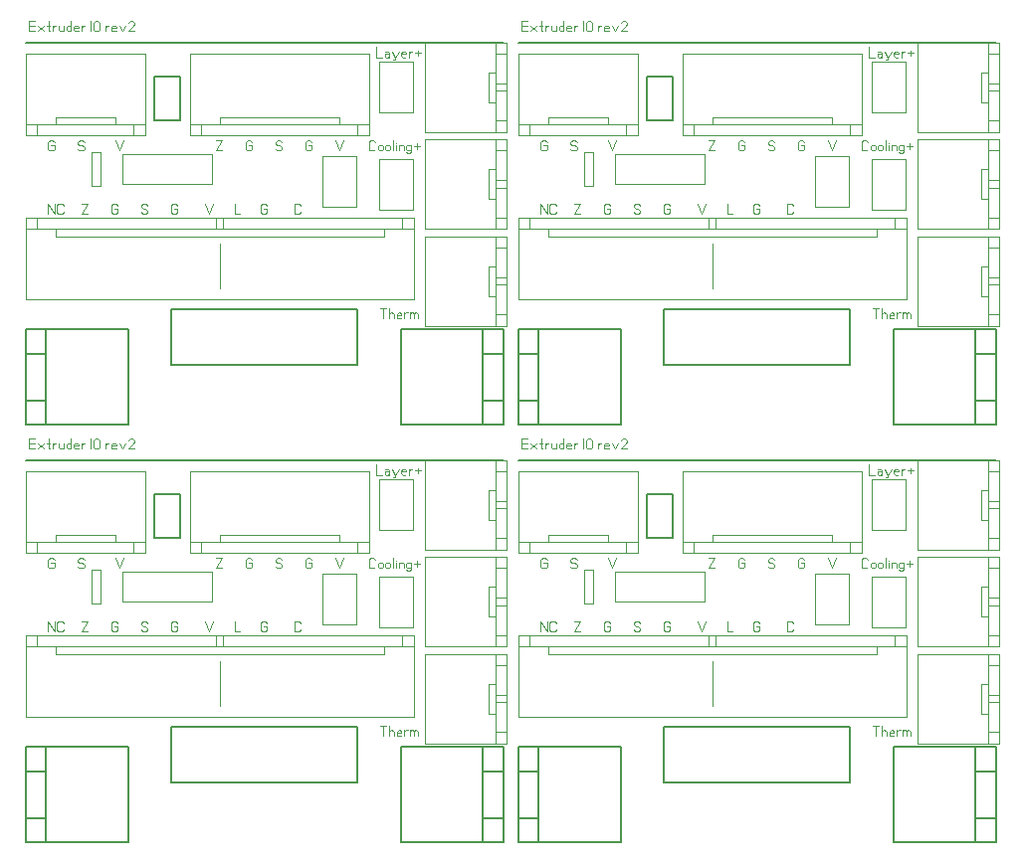
<source format=gbr>
%FSLAX34Y34*%
%MOMM*%
%LNCOPPER_BOTTOM*%
G71*
G01*
%ADD10C, 0.10*%
%ADD11C, 0.15*%
%ADD12C, 0.20*%
%ADD13C, 0.11*%
%LPD*%
G54D10*
X304800Y901700D02*
X304800Y962025D01*
G54D10*
X152400Y901700D02*
X152400Y962025D01*
X304800Y962025D01*
G54D10*
X304800Y901700D02*
X152400Y901700D01*
G54D10*
X279400Y901700D02*
X279400Y908050D01*
X177800Y908050D01*
X177800Y901700D01*
G54D10*
X412750Y971550D02*
X352425Y971550D01*
G54D10*
X412750Y895350D02*
X352425Y895350D01*
X352425Y971550D01*
G54D10*
X412750Y971550D02*
X412750Y895350D01*
G54D10*
X412750Y946150D02*
X406400Y946150D01*
X406400Y920750D01*
X412750Y920750D01*
G54D10*
X313333Y829271D02*
X313333Y872530D01*
X341908Y872530D01*
X341908Y829271D01*
X313333Y829271D01*
G54D11*
X144350Y904900D02*
X122350Y904900D01*
X122350Y942900D01*
X144350Y942900D01*
X144350Y904900D01*
G54D12*
X419100Y727075D02*
X331788Y727075D01*
X331788Y646112D01*
X419100Y646113D01*
X419100Y727075D01*
G54D12*
X419100Y666750D02*
X401638Y666750D01*
X401638Y706438D01*
X419100Y706438D01*
G54D12*
X401638Y727075D02*
X401638Y646112D01*
G54D12*
X12700Y646112D02*
X100012Y646112D01*
X100012Y727075D01*
X12700Y727075D01*
X12700Y646112D01*
G54D12*
X12700Y706438D02*
X30162Y706438D01*
X30162Y666750D01*
X12700Y666750D01*
G54D12*
X30162Y646112D02*
X30162Y727075D01*
G54D12*
X136525Y744538D02*
X295275Y744538D01*
X295275Y696912D01*
X136525Y696912D01*
X136525Y744538D01*
G54D12*
X12700Y971550D02*
X419100Y971550D01*
G54D10*
X412750Y971550D02*
X422275Y971550D01*
X422275Y895350D01*
X412750Y895350D01*
G54D10*
X422275Y904875D02*
X412750Y904875D01*
G54D10*
X422275Y962025D02*
X412750Y962025D01*
G54D10*
X412750Y936625D02*
X422275Y936625D01*
G54D10*
X412750Y930275D02*
X422275Y930275D01*
G54D10*
X412750Y889000D02*
X352425Y889000D01*
G54D10*
X412750Y812800D02*
X352425Y812800D01*
X352425Y889000D01*
G54D10*
X412750Y889000D02*
X412750Y812800D01*
G54D10*
X412750Y863600D02*
X406400Y863600D01*
X406400Y838200D01*
X412750Y838200D01*
G54D10*
X412750Y889000D02*
X422275Y889000D01*
X422275Y812800D01*
X412750Y812800D01*
G54D10*
X422275Y822325D02*
X412750Y822325D01*
G54D10*
X422275Y879475D02*
X412750Y879475D01*
G54D10*
X412750Y854075D02*
X422275Y854075D01*
G54D10*
X412750Y847725D02*
X422275Y847725D01*
G54D10*
X412750Y806450D02*
X352425Y806450D01*
G54D10*
X412750Y730250D02*
X352425Y730250D01*
X352425Y806450D01*
G54D10*
X412750Y806450D02*
X412750Y730250D01*
G54D10*
X412750Y781050D02*
X406400Y781050D01*
X406400Y755650D01*
X412750Y755650D01*
G54D10*
X412750Y806450D02*
X422275Y806450D01*
X422275Y730250D01*
X412750Y730250D01*
G54D10*
X422275Y739775D02*
X412750Y739775D01*
G54D10*
X422275Y796925D02*
X412750Y796925D01*
G54D10*
X412750Y771525D02*
X422275Y771525D01*
G54D10*
X412750Y765175D02*
X422275Y765175D01*
G54D10*
X304800Y901700D02*
X304800Y892175D01*
X152400Y892175D01*
X152400Y901700D01*
G54D10*
X161925Y901700D02*
X161925Y892175D01*
G54D10*
X295275Y892175D02*
X295275Y901700D01*
G54D10*
X95250Y876300D02*
X95250Y850900D01*
X171450Y850900D01*
X171450Y876300D01*
X95250Y876300D01*
G54D10*
X12700Y822325D02*
X12700Y752475D01*
X342900Y752475D01*
X342900Y822325D01*
X12700Y822325D01*
G54D10*
X12700Y812800D02*
X342900Y812800D01*
G54D10*
X38100Y812800D02*
X38100Y806450D01*
X317500Y806450D01*
X317500Y812800D01*
G54D10*
X174625Y822325D02*
X174625Y812800D01*
G54D10*
X180975Y822325D02*
X180975Y812800D01*
G54D10*
X22225Y822325D02*
X22225Y812800D01*
G54D10*
X333375Y822325D02*
X333375Y812800D01*
G54D10*
X313333Y911820D02*
X313333Y955080D01*
X341908Y955080D01*
X341908Y911820D01*
X313333Y911820D01*
G54D10*
X68659Y877888D02*
X68659Y849312D01*
X76597Y849312D01*
X76597Y877888D01*
X68659Y877888D01*
G54D10*
X114300Y901700D02*
X114300Y962025D01*
G54D10*
X12700Y901700D02*
X12700Y962025D01*
X114300Y962025D01*
G54D10*
X114300Y901700D02*
X12700Y901700D01*
G54D10*
X88900Y901700D02*
X88900Y908050D01*
X38100Y908050D01*
X38100Y901700D01*
G54D10*
X114300Y901700D02*
X114300Y892175D01*
X12700Y892175D01*
X12700Y901700D01*
G54D10*
X22225Y901700D02*
X22225Y892175D01*
G54D10*
X104775Y892175D02*
X104775Y901700D01*
G54D10*
X265112Y831850D02*
X265112Y875109D01*
X293688Y875109D01*
X293688Y831850D01*
X265112Y831850D01*
G54D10*
X177800Y800100D02*
X177800Y762000D01*
G54D13*
X276225Y888364D02*
X279558Y879475D01*
X282892Y888364D01*
G54D13*
X253492Y883919D02*
X256158Y883919D01*
X256158Y881142D01*
X255492Y880031D01*
X254158Y879475D01*
X252825Y879475D01*
X251492Y880031D01*
X250825Y881142D01*
X250825Y886697D01*
X251492Y887808D01*
X252825Y888364D01*
X254158Y888364D01*
X255492Y887808D01*
X256158Y886697D01*
G54D13*
X225425Y881142D02*
X226092Y880031D01*
X227425Y879475D01*
X228758Y879475D01*
X230092Y880031D01*
X230758Y881142D01*
X230758Y882253D01*
X230092Y883364D01*
X228758Y883919D01*
X227425Y883919D01*
X226092Y884475D01*
X225425Y885586D01*
X225425Y886697D01*
X226092Y887808D01*
X227425Y888364D01*
X228758Y888364D01*
X230092Y887808D01*
X230758Y886697D01*
G54D13*
X202692Y883919D02*
X205358Y883919D01*
X205358Y881142D01*
X204692Y880031D01*
X203358Y879475D01*
X202025Y879475D01*
X200692Y880031D01*
X200025Y881142D01*
X200025Y886697D01*
X200692Y887808D01*
X202025Y888364D01*
X203358Y888364D01*
X204692Y887808D01*
X205358Y886697D01*
G54D13*
X174625Y888364D02*
X179958Y888364D01*
X174625Y879475D01*
X179958Y879475D01*
G54D13*
X60325Y834389D02*
X65658Y834389D01*
X60325Y825500D01*
X65658Y825500D01*
G54D13*
X88392Y829944D02*
X91058Y829944D01*
X91058Y827167D01*
X90392Y826056D01*
X89058Y825500D01*
X87725Y825500D01*
X86392Y826056D01*
X85725Y827167D01*
X85725Y832722D01*
X86392Y833833D01*
X87725Y834389D01*
X89058Y834389D01*
X90392Y833833D01*
X91058Y832722D01*
G54D13*
X111125Y827167D02*
X111792Y826056D01*
X113125Y825500D01*
X114458Y825500D01*
X115792Y826056D01*
X116458Y827167D01*
X116458Y828278D01*
X115792Y829389D01*
X114458Y829944D01*
X113125Y829944D01*
X111792Y830500D01*
X111125Y831611D01*
X111125Y832722D01*
X111792Y833833D01*
X113125Y834389D01*
X114458Y834389D01*
X115792Y833833D01*
X116458Y832722D01*
G54D13*
X139192Y829944D02*
X141858Y829944D01*
X141858Y827167D01*
X141192Y826056D01*
X139858Y825500D01*
X138525Y825500D01*
X137192Y826056D01*
X136525Y827167D01*
X136525Y832722D01*
X137192Y833833D01*
X138525Y834389D01*
X139858Y834389D01*
X141192Y833833D01*
X141858Y832722D01*
G54D13*
X165100Y834389D02*
X168433Y825500D01*
X171767Y834389D01*
G54D13*
X88900Y888364D02*
X92233Y879475D01*
X95567Y888364D01*
G54D13*
X57150Y881142D02*
X57817Y880031D01*
X59150Y879475D01*
X60483Y879475D01*
X61817Y880031D01*
X62483Y881142D01*
X62483Y882253D01*
X61817Y883364D01*
X60483Y883919D01*
X59150Y883919D01*
X57817Y884475D01*
X57150Y885586D01*
X57150Y886697D01*
X57817Y887808D01*
X59150Y888364D01*
X60483Y888364D01*
X61817Y887808D01*
X62483Y886697D01*
G54D13*
X34417Y883919D02*
X37083Y883919D01*
X37083Y881142D01*
X36417Y880031D01*
X35083Y879475D01*
X33750Y879475D01*
X32417Y880031D01*
X31750Y881142D01*
X31750Y886697D01*
X32417Y887808D01*
X33750Y888364D01*
X35083Y888364D01*
X36417Y887808D01*
X37083Y886697D01*
G54D13*
X310133Y881142D02*
X309467Y880031D01*
X308133Y879475D01*
X306800Y879475D01*
X305467Y880031D01*
X304800Y881142D01*
X304800Y886697D01*
X305467Y887808D01*
X306800Y888364D01*
X308133Y888364D01*
X309467Y887808D01*
X310133Y886697D01*
G54D13*
X316577Y880808D02*
X316577Y883031D01*
X315910Y884142D01*
X314577Y884475D01*
X313244Y884142D01*
X312577Y883031D01*
X312577Y880808D01*
X313244Y879697D01*
X314577Y879475D01*
X315910Y879697D01*
X316577Y880808D01*
G54D13*
X323021Y880808D02*
X323021Y883031D01*
X322354Y884142D01*
X321021Y884475D01*
X319688Y884142D01*
X319021Y883031D01*
X319021Y880808D01*
X319688Y879697D01*
X321021Y879475D01*
X322354Y879697D01*
X323021Y880808D01*
G54D13*
X325465Y879475D02*
X325465Y888364D01*
G54D13*
X327909Y879475D02*
X327909Y884475D01*
G54D13*
X327909Y886142D02*
X327909Y886142D01*
G54D13*
X330353Y879475D02*
X330353Y884475D01*
G54D13*
X330353Y883364D02*
X331020Y884142D01*
X332353Y884475D01*
X333686Y884142D01*
X334353Y883364D01*
X334353Y879475D01*
G54D13*
X336797Y877808D02*
X338130Y877253D01*
X339064Y877253D01*
X340397Y877808D01*
X340797Y878919D01*
X340797Y884475D01*
G54D13*
X340797Y883031D02*
X340130Y884142D01*
X338797Y884475D01*
X337464Y884142D01*
X336797Y883031D01*
X336797Y880808D01*
X337464Y879697D01*
X338797Y879475D01*
X340130Y879697D01*
X340797Y880808D01*
G54D13*
X343241Y883364D02*
X348574Y883364D01*
G54D13*
X345908Y885586D02*
X345908Y881142D01*
G54D13*
X311150Y967739D02*
X311150Y958850D01*
X315817Y958850D01*
G54D13*
X318261Y963294D02*
X319594Y963850D01*
X321194Y963850D01*
X322261Y962739D01*
X322261Y958850D01*
G54D13*
X322261Y960517D02*
X321594Y961628D01*
X320261Y961850D01*
X318928Y961628D01*
X318261Y960517D01*
X318528Y959406D01*
X319594Y958850D01*
X320261Y958850D01*
X320528Y958850D01*
X321594Y959406D01*
X322261Y960517D01*
G54D13*
X324705Y963850D02*
X327372Y958850D01*
X330038Y963850D01*
G54D13*
X327372Y958850D02*
X326705Y957183D01*
X326038Y956628D01*
X325372Y956628D01*
G54D13*
X336482Y959406D02*
X335415Y958850D01*
X334082Y958850D01*
X332749Y959406D01*
X332482Y960517D01*
X332482Y962406D01*
X333149Y963517D01*
X334482Y963850D01*
X335815Y963517D01*
X336482Y962739D01*
X336482Y961628D01*
X332482Y961628D01*
G54D13*
X338926Y958850D02*
X338926Y963850D01*
G54D13*
X338926Y962739D02*
X340259Y963850D01*
X341593Y963850D01*
G54D13*
X344037Y962739D02*
X349370Y962739D01*
G54D13*
X346704Y964961D02*
X346704Y960517D01*
G54D13*
X190500Y834389D02*
X190500Y825500D01*
X195167Y825500D01*
G54D13*
X215392Y829944D02*
X218058Y829944D01*
X218058Y827167D01*
X217392Y826056D01*
X216058Y825500D01*
X214725Y825500D01*
X213392Y826056D01*
X212725Y827167D01*
X212725Y832722D01*
X213392Y833833D01*
X214725Y834389D01*
X216058Y834389D01*
X217392Y833833D01*
X218058Y832722D01*
G54D13*
X246633Y827167D02*
X245967Y826056D01*
X244633Y825500D01*
X243300Y825500D01*
X241967Y826056D01*
X241300Y827167D01*
X241300Y832722D01*
X241967Y833833D01*
X243300Y834389D01*
X244633Y834389D01*
X245967Y833833D01*
X246633Y832722D01*
G54D13*
X20542Y981075D02*
X15875Y981075D01*
X15875Y989964D01*
X20542Y989964D01*
G54D13*
X15875Y985519D02*
X20542Y985519D01*
G54D13*
X22986Y986075D02*
X28319Y981075D01*
G54D13*
X22986Y981075D02*
X28319Y986075D01*
G54D13*
X32096Y989964D02*
X32096Y981631D01*
X32763Y981075D01*
X33430Y981297D01*
G54D13*
X30763Y986075D02*
X33430Y986075D01*
G54D13*
X35874Y981075D02*
X35874Y986075D01*
G54D13*
X35874Y984964D02*
X37207Y986075D01*
X38541Y986075D01*
G54D13*
X44985Y986075D02*
X44985Y981075D01*
G54D13*
X44985Y982186D02*
X44318Y981297D01*
X42985Y981075D01*
X41652Y981297D01*
X40985Y982186D01*
X40985Y986075D01*
G54D13*
X51429Y981075D02*
X51429Y989964D01*
G54D13*
X51429Y984631D02*
X50762Y985742D01*
X49429Y986075D01*
X48096Y985742D01*
X47429Y984631D01*
X47429Y982408D01*
X48096Y981297D01*
X49429Y981075D01*
X50762Y981297D01*
X51429Y982408D01*
G54D13*
X57873Y981631D02*
X56806Y981075D01*
X55473Y981075D01*
X54140Y981631D01*
X53873Y982742D01*
X53873Y984631D01*
X54540Y985742D01*
X55873Y986075D01*
X57206Y985742D01*
X57873Y984964D01*
X57873Y983853D01*
X53873Y983853D01*
G54D13*
X60317Y981075D02*
X60317Y986075D01*
G54D13*
X60317Y984964D02*
X61650Y986075D01*
X62984Y986075D01*
G54D13*
X68005Y981075D02*
X68005Y989964D01*
G54D13*
X75782Y988297D02*
X75782Y982742D01*
X75116Y981631D01*
X73782Y981075D01*
X72449Y981075D01*
X71116Y981631D01*
X70449Y982742D01*
X70449Y988297D01*
X71116Y989408D01*
X72449Y989964D01*
X73782Y989964D01*
X75116Y989408D01*
X75782Y988297D01*
G54D13*
X80803Y981075D02*
X80803Y986075D01*
G54D13*
X80803Y984964D02*
X82136Y986075D01*
X83470Y986075D01*
G54D13*
X89914Y981631D02*
X88847Y981075D01*
X87514Y981075D01*
X86181Y981631D01*
X85914Y982742D01*
X85914Y984631D01*
X86581Y985742D01*
X87914Y986075D01*
X89247Y985742D01*
X89914Y984964D01*
X89914Y983853D01*
X85914Y983853D01*
G54D13*
X92358Y986075D02*
X95025Y981075D01*
X97691Y986075D01*
G54D13*
X105468Y981075D02*
X100135Y981075D01*
X100135Y981631D01*
X100802Y982742D01*
X104802Y986075D01*
X105468Y987186D01*
X105468Y988297D01*
X104802Y989408D01*
X103468Y989964D01*
X102135Y989964D01*
X100802Y989408D01*
X100135Y988297D01*
G54D13*
X316992Y736600D02*
X316992Y745489D01*
G54D13*
X314325Y745489D02*
X319658Y745489D01*
G54D13*
X322102Y736600D02*
X322102Y745489D01*
G54D13*
X322102Y740156D02*
X322769Y741267D01*
X324102Y741600D01*
X325435Y741267D01*
X326102Y740156D01*
X326102Y736600D01*
G54D13*
X332546Y737156D02*
X331479Y736600D01*
X330146Y736600D01*
X328813Y737156D01*
X328546Y738267D01*
X328546Y740156D01*
X329213Y741267D01*
X330546Y741600D01*
X331879Y741267D01*
X332546Y740489D01*
X332546Y739378D01*
X328546Y739378D01*
G54D13*
X334990Y736600D02*
X334990Y741600D01*
G54D13*
X334990Y740489D02*
X336323Y741600D01*
X337657Y741600D01*
G54D13*
X340101Y736600D02*
X340101Y741600D01*
G54D13*
X340101Y740711D02*
X341434Y741600D01*
X342768Y741267D01*
X343434Y740489D01*
X343434Y736600D01*
G54D13*
X343434Y740711D02*
X344768Y741600D01*
X346101Y741267D01*
X346768Y740489D01*
X346768Y736600D01*
G54D13*
X31750Y825500D02*
X31750Y834389D01*
X37083Y825500D01*
X37083Y834389D01*
G54D13*
X44860Y827167D02*
X44194Y826056D01*
X42860Y825500D01*
X41527Y825500D01*
X40194Y826056D01*
X39527Y827167D01*
X39527Y832722D01*
X40194Y833833D01*
X41527Y834389D01*
X42860Y834389D01*
X44194Y833833D01*
X44860Y832722D01*
G54D10*
X723900Y901700D02*
X723900Y962025D01*
G54D10*
X571500Y901700D02*
X571500Y962025D01*
X723900Y962025D01*
G54D10*
X723900Y901700D02*
X571500Y901700D01*
G54D10*
X698500Y901700D02*
X698500Y908050D01*
X596900Y908050D01*
X596900Y901700D01*
G54D10*
X831850Y971550D02*
X771525Y971550D01*
G54D10*
X831850Y895350D02*
X771525Y895350D01*
X771525Y971550D01*
G54D10*
X831850Y971550D02*
X831850Y895350D01*
G54D10*
X831850Y946150D02*
X825500Y946150D01*
X825500Y920750D01*
X831850Y920750D01*
G54D10*
X732433Y829270D02*
X732433Y872530D01*
X761008Y872530D01*
X761008Y829270D01*
X732433Y829270D01*
G54D11*
X563450Y904900D02*
X541450Y904900D01*
X541450Y942900D01*
X563450Y942900D01*
X563450Y904900D01*
G54D12*
X838200Y727075D02*
X750888Y727075D01*
X750888Y646112D01*
X838200Y646112D01*
X838200Y727075D01*
G54D12*
X838200Y666750D02*
X820738Y666750D01*
X820738Y706438D01*
X838200Y706438D01*
G54D12*
X820738Y727075D02*
X820738Y646112D01*
G54D12*
X431800Y646112D02*
X519112Y646112D01*
X519112Y727075D01*
X431800Y727075D01*
X431800Y646112D01*
G54D12*
X431800Y706438D02*
X449262Y706438D01*
X449262Y666750D01*
X431800Y666750D01*
G54D12*
X449262Y646112D02*
X449262Y727075D01*
G54D12*
X555625Y744538D02*
X714375Y744538D01*
X714375Y696912D01*
X555625Y696912D01*
X555625Y744538D01*
G54D12*
X431800Y971550D02*
X838200Y971550D01*
G54D10*
X831850Y971550D02*
X841375Y971550D01*
X841375Y895350D01*
X831850Y895350D01*
G54D10*
X841375Y904875D02*
X831850Y904875D01*
G54D10*
X841375Y962025D02*
X831850Y962025D01*
G54D10*
X831850Y936625D02*
X841375Y936625D01*
G54D10*
X831850Y930275D02*
X841375Y930275D01*
G54D10*
X831850Y889000D02*
X771525Y889000D01*
G54D10*
X831850Y812800D02*
X771525Y812800D01*
X771525Y889000D01*
G54D10*
X831850Y889000D02*
X831850Y812800D01*
G54D10*
X831850Y863600D02*
X825500Y863600D01*
X825500Y838200D01*
X831850Y838200D01*
G54D10*
X831850Y889000D02*
X841375Y889000D01*
X841375Y812800D01*
X831850Y812800D01*
G54D10*
X841375Y822325D02*
X831850Y822325D01*
G54D10*
X841375Y879475D02*
X831850Y879475D01*
G54D10*
X831850Y854075D02*
X841375Y854075D01*
G54D10*
X831850Y847725D02*
X841375Y847725D01*
G54D10*
X831850Y806450D02*
X771525Y806450D01*
G54D10*
X831850Y730250D02*
X771525Y730250D01*
X771525Y806450D01*
G54D10*
X831850Y806450D02*
X831850Y730250D01*
G54D10*
X831850Y781050D02*
X825500Y781050D01*
X825500Y755650D01*
X831850Y755650D01*
G54D10*
X831850Y806450D02*
X841375Y806450D01*
X841375Y730250D01*
X831850Y730250D01*
G54D10*
X841375Y739775D02*
X831850Y739775D01*
G54D10*
X841375Y796925D02*
X831850Y796925D01*
G54D10*
X831850Y771525D02*
X841375Y771525D01*
G54D10*
X831850Y765175D02*
X841375Y765175D01*
G54D10*
X723900Y901700D02*
X723900Y892175D01*
X571500Y892175D01*
X571500Y901700D01*
G54D10*
X581025Y901700D02*
X581025Y892175D01*
G54D10*
X714375Y892175D02*
X714375Y901700D01*
G54D10*
X514350Y876300D02*
X514350Y850900D01*
X590550Y850900D01*
X590550Y876300D01*
X514350Y876300D01*
G54D10*
X431800Y822325D02*
X431800Y752475D01*
X762000Y752475D01*
X762000Y822325D01*
X431800Y822325D01*
G54D10*
X431800Y812800D02*
X762000Y812800D01*
G54D10*
X457200Y812800D02*
X457200Y806450D01*
X736600Y806450D01*
X736600Y812800D01*
G54D10*
X593725Y822325D02*
X593725Y812800D01*
G54D10*
X600075Y822325D02*
X600075Y812800D01*
G54D10*
X441325Y822325D02*
X441325Y812800D01*
G54D10*
X752475Y822325D02*
X752475Y812800D01*
G54D10*
X732433Y911820D02*
X732433Y955080D01*
X761008Y955080D01*
X761008Y911820D01*
X732433Y911820D01*
G54D10*
X487759Y877888D02*
X487759Y849312D01*
X495697Y849312D01*
X495697Y877888D01*
X487759Y877888D01*
G54D10*
X533400Y901700D02*
X533400Y962025D01*
G54D10*
X431800Y901700D02*
X431800Y962025D01*
X533400Y962025D01*
G54D10*
X533400Y901700D02*
X431800Y901700D01*
G54D10*
X508000Y901700D02*
X508000Y908050D01*
X457200Y908050D01*
X457200Y901700D01*
G54D10*
X533400Y901700D02*
X533400Y892175D01*
X431800Y892175D01*
X431800Y901700D01*
G54D10*
X441325Y901700D02*
X441325Y892175D01*
G54D10*
X523875Y892175D02*
X523875Y901700D01*
G54D10*
X684212Y831850D02*
X684212Y875109D01*
X712788Y875109D01*
X712788Y831850D01*
X684212Y831850D01*
G54D10*
X596900Y800100D02*
X596900Y762000D01*
G54D13*
X695325Y888364D02*
X698658Y879475D01*
X701992Y888364D01*
G54D13*
X672592Y883919D02*
X675258Y883919D01*
X675258Y881142D01*
X674592Y880031D01*
X673258Y879475D01*
X671925Y879475D01*
X670592Y880031D01*
X669925Y881142D01*
X669925Y886697D01*
X670592Y887808D01*
X671925Y888364D01*
X673258Y888364D01*
X674592Y887808D01*
X675258Y886697D01*
G54D13*
X644525Y881142D02*
X645192Y880031D01*
X646525Y879475D01*
X647858Y879475D01*
X649192Y880031D01*
X649858Y881142D01*
X649858Y882253D01*
X649192Y883364D01*
X647858Y883919D01*
X646525Y883919D01*
X645192Y884475D01*
X644525Y885586D01*
X644525Y886697D01*
X645192Y887808D01*
X646525Y888364D01*
X647858Y888364D01*
X649192Y887808D01*
X649858Y886697D01*
G54D13*
X621792Y883919D02*
X624458Y883919D01*
X624458Y881142D01*
X623792Y880031D01*
X622458Y879475D01*
X621125Y879475D01*
X619792Y880031D01*
X619125Y881142D01*
X619125Y886697D01*
X619792Y887808D01*
X621125Y888364D01*
X622458Y888364D01*
X623792Y887808D01*
X624458Y886697D01*
G54D13*
X593725Y888364D02*
X599058Y888364D01*
X593725Y879475D01*
X599058Y879475D01*
G54D13*
X479425Y834389D02*
X484758Y834389D01*
X479425Y825500D01*
X484758Y825500D01*
G54D13*
X507492Y829944D02*
X510158Y829944D01*
X510158Y827167D01*
X509492Y826056D01*
X508158Y825500D01*
X506825Y825500D01*
X505492Y826056D01*
X504825Y827167D01*
X504825Y832722D01*
X505492Y833833D01*
X506825Y834389D01*
X508158Y834389D01*
X509492Y833833D01*
X510158Y832722D01*
G54D13*
X530225Y827167D02*
X530892Y826056D01*
X532225Y825500D01*
X533558Y825500D01*
X534892Y826056D01*
X535558Y827167D01*
X535558Y828278D01*
X534892Y829389D01*
X533558Y829944D01*
X532225Y829944D01*
X530892Y830500D01*
X530225Y831611D01*
X530225Y832722D01*
X530892Y833833D01*
X532225Y834389D01*
X533558Y834389D01*
X534892Y833833D01*
X535558Y832722D01*
G54D13*
X558292Y829944D02*
X560958Y829944D01*
X560958Y827167D01*
X560292Y826056D01*
X558958Y825500D01*
X557625Y825500D01*
X556292Y826056D01*
X555625Y827167D01*
X555625Y832722D01*
X556292Y833833D01*
X557625Y834389D01*
X558958Y834389D01*
X560292Y833833D01*
X560958Y832722D01*
G54D13*
X584200Y834389D02*
X587533Y825500D01*
X590867Y834389D01*
G54D13*
X508000Y888364D02*
X511333Y879475D01*
X514667Y888364D01*
G54D13*
X476250Y881142D02*
X476917Y880031D01*
X478250Y879475D01*
X479583Y879475D01*
X480917Y880031D01*
X481583Y881142D01*
X481583Y882253D01*
X480917Y883364D01*
X479583Y883919D01*
X478250Y883919D01*
X476917Y884475D01*
X476250Y885586D01*
X476250Y886697D01*
X476917Y887808D01*
X478250Y888364D01*
X479583Y888364D01*
X480917Y887808D01*
X481583Y886697D01*
G54D13*
X453517Y883919D02*
X456183Y883919D01*
X456183Y881142D01*
X455517Y880031D01*
X454183Y879475D01*
X452850Y879475D01*
X451517Y880031D01*
X450850Y881142D01*
X450850Y886697D01*
X451517Y887808D01*
X452850Y888364D01*
X454183Y888364D01*
X455517Y887808D01*
X456183Y886697D01*
G54D13*
X729233Y881142D02*
X728567Y880031D01*
X727233Y879475D01*
X725900Y879475D01*
X724567Y880031D01*
X723900Y881142D01*
X723900Y886697D01*
X724567Y887808D01*
X725900Y888364D01*
X727233Y888364D01*
X728567Y887808D01*
X729233Y886697D01*
G54D13*
X735677Y880808D02*
X735677Y883031D01*
X735010Y884142D01*
X733677Y884475D01*
X732344Y884142D01*
X731677Y883031D01*
X731677Y880808D01*
X732344Y879697D01*
X733677Y879475D01*
X735010Y879697D01*
X735677Y880808D01*
G54D13*
X742121Y880808D02*
X742121Y883031D01*
X741454Y884142D01*
X740121Y884475D01*
X738788Y884142D01*
X738121Y883031D01*
X738121Y880808D01*
X738788Y879697D01*
X740121Y879475D01*
X741454Y879697D01*
X742121Y880808D01*
G54D13*
X744565Y879475D02*
X744565Y888364D01*
G54D13*
X747009Y879475D02*
X747009Y884475D01*
G54D13*
X747009Y886142D02*
X747009Y886142D01*
G54D13*
X749453Y879475D02*
X749453Y884475D01*
G54D13*
X749453Y883364D02*
X750120Y884142D01*
X751453Y884475D01*
X752786Y884142D01*
X753453Y883364D01*
X753453Y879475D01*
G54D13*
X755897Y877808D02*
X757230Y877253D01*
X758164Y877253D01*
X759497Y877808D01*
X759897Y878919D01*
X759897Y884475D01*
G54D13*
X759897Y883031D02*
X759230Y884142D01*
X757897Y884475D01*
X756564Y884142D01*
X755897Y883031D01*
X755897Y880808D01*
X756564Y879697D01*
X757897Y879475D01*
X759230Y879697D01*
X759897Y880808D01*
G54D13*
X762341Y883364D02*
X767674Y883364D01*
G54D13*
X765008Y885586D02*
X765008Y881142D01*
G54D13*
X730250Y967739D02*
X730250Y958850D01*
X734917Y958850D01*
G54D13*
X737361Y963294D02*
X738694Y963850D01*
X740294Y963850D01*
X741361Y962739D01*
X741361Y958850D01*
G54D13*
X741361Y960517D02*
X740694Y961628D01*
X739361Y961850D01*
X738028Y961628D01*
X737361Y960517D01*
X737628Y959406D01*
X738694Y958850D01*
X739361Y958850D01*
X739628Y958850D01*
X740694Y959406D01*
X741361Y960517D01*
G54D13*
X743805Y963850D02*
X746472Y958850D01*
X749138Y963850D01*
G54D13*
X746472Y958850D02*
X745805Y957183D01*
X745138Y956628D01*
X744472Y956628D01*
G54D13*
X755582Y959406D02*
X754515Y958850D01*
X753182Y958850D01*
X751849Y959406D01*
X751582Y960517D01*
X751582Y962406D01*
X752249Y963517D01*
X753582Y963850D01*
X754915Y963517D01*
X755582Y962739D01*
X755582Y961628D01*
X751582Y961628D01*
G54D13*
X758026Y958850D02*
X758026Y963850D01*
G54D13*
X758026Y962739D02*
X759359Y963850D01*
X760693Y963850D01*
G54D13*
X763137Y962739D02*
X768470Y962739D01*
G54D13*
X765804Y964961D02*
X765804Y960517D01*
G54D13*
X609600Y834389D02*
X609600Y825500D01*
X614267Y825500D01*
G54D13*
X634492Y829944D02*
X637158Y829944D01*
X637158Y827167D01*
X636492Y826056D01*
X635158Y825500D01*
X633825Y825500D01*
X632492Y826056D01*
X631825Y827167D01*
X631825Y832722D01*
X632492Y833833D01*
X633825Y834389D01*
X635158Y834389D01*
X636492Y833833D01*
X637158Y832722D01*
G54D13*
X665733Y827167D02*
X665067Y826056D01*
X663733Y825500D01*
X662400Y825500D01*
X661067Y826056D01*
X660400Y827167D01*
X660400Y832722D01*
X661067Y833833D01*
X662400Y834389D01*
X663733Y834389D01*
X665067Y833833D01*
X665733Y832722D01*
G54D13*
X439642Y981075D02*
X434975Y981075D01*
X434975Y989964D01*
X439642Y989964D01*
G54D13*
X434975Y985519D02*
X439642Y985519D01*
G54D13*
X442086Y986075D02*
X447419Y981075D01*
G54D13*
X442086Y981075D02*
X447419Y986075D01*
G54D13*
X451196Y989964D02*
X451196Y981631D01*
X451863Y981075D01*
X452530Y981297D01*
G54D13*
X449863Y986075D02*
X452530Y986075D01*
G54D13*
X454974Y981075D02*
X454974Y986075D01*
G54D13*
X454974Y984964D02*
X456307Y986075D01*
X457641Y986075D01*
G54D13*
X464085Y986075D02*
X464085Y981075D01*
G54D13*
X464085Y982186D02*
X463418Y981297D01*
X462085Y981075D01*
X460752Y981297D01*
X460085Y982186D01*
X460085Y986075D01*
G54D13*
X470529Y981075D02*
X470529Y989964D01*
G54D13*
X470529Y984631D02*
X469862Y985742D01*
X468529Y986075D01*
X467196Y985742D01*
X466529Y984631D01*
X466529Y982408D01*
X467196Y981297D01*
X468529Y981075D01*
X469862Y981297D01*
X470529Y982408D01*
G54D13*
X476973Y981631D02*
X475906Y981075D01*
X474573Y981075D01*
X473240Y981631D01*
X472973Y982742D01*
X472973Y984631D01*
X473640Y985742D01*
X474973Y986075D01*
X476306Y985742D01*
X476973Y984964D01*
X476973Y983853D01*
X472973Y983853D01*
G54D13*
X479417Y981075D02*
X479417Y986075D01*
G54D13*
X479417Y984964D02*
X480750Y986075D01*
X482084Y986075D01*
G54D13*
X487105Y981075D02*
X487105Y989964D01*
G54D13*
X494882Y988297D02*
X494882Y982742D01*
X494216Y981631D01*
X492882Y981075D01*
X491549Y981075D01*
X490216Y981631D01*
X489549Y982742D01*
X489549Y988297D01*
X490216Y989408D01*
X491549Y989964D01*
X492882Y989964D01*
X494216Y989408D01*
X494882Y988297D01*
G54D13*
X499903Y981075D02*
X499903Y986075D01*
G54D13*
X499903Y984964D02*
X501236Y986075D01*
X502570Y986075D01*
G54D13*
X509014Y981631D02*
X507947Y981075D01*
X506614Y981075D01*
X505281Y981631D01*
X505014Y982742D01*
X505014Y984631D01*
X505681Y985742D01*
X507014Y986075D01*
X508347Y985742D01*
X509014Y984964D01*
X509014Y983853D01*
X505014Y983853D01*
G54D13*
X511458Y986075D02*
X514125Y981075D01*
X516791Y986075D01*
G54D13*
X524568Y981075D02*
X519235Y981075D01*
X519235Y981631D01*
X519902Y982742D01*
X523902Y986075D01*
X524568Y987186D01*
X524568Y988297D01*
X523902Y989408D01*
X522568Y989964D01*
X521235Y989964D01*
X519902Y989408D01*
X519235Y988297D01*
G54D13*
X736092Y736600D02*
X736092Y745489D01*
G54D13*
X733425Y745489D02*
X738758Y745489D01*
G54D13*
X741202Y736600D02*
X741202Y745489D01*
G54D13*
X741202Y740156D02*
X741869Y741267D01*
X743202Y741600D01*
X744535Y741267D01*
X745202Y740156D01*
X745202Y736600D01*
G54D13*
X751646Y737156D02*
X750579Y736600D01*
X749246Y736600D01*
X747913Y737156D01*
X747646Y738267D01*
X747646Y740156D01*
X748313Y741267D01*
X749646Y741600D01*
X750979Y741267D01*
X751646Y740489D01*
X751646Y739378D01*
X747646Y739378D01*
G54D13*
X754090Y736600D02*
X754090Y741600D01*
G54D13*
X754090Y740489D02*
X755423Y741600D01*
X756757Y741600D01*
G54D13*
X759201Y736600D02*
X759201Y741600D01*
G54D13*
X759201Y740711D02*
X760534Y741600D01*
X761868Y741267D01*
X762534Y740489D01*
X762534Y736600D01*
G54D13*
X762534Y740711D02*
X763868Y741600D01*
X765201Y741267D01*
X765868Y740489D01*
X765868Y736600D01*
G54D13*
X450850Y825500D02*
X450850Y834389D01*
X456183Y825500D01*
X456183Y834389D01*
G54D13*
X463960Y827167D02*
X463294Y826056D01*
X461960Y825500D01*
X460627Y825500D01*
X459294Y826056D01*
X458627Y827167D01*
X458627Y832722D01*
X459294Y833833D01*
X460627Y834389D01*
X461960Y834389D01*
X463294Y833833D01*
X463960Y832722D01*
G54D10*
X304800Y546100D02*
X304800Y606425D01*
G54D10*
X152400Y546100D02*
X152400Y606425D01*
X304800Y606425D01*
G54D10*
X304800Y546100D02*
X152400Y546100D01*
G54D10*
X279400Y546100D02*
X279400Y552450D01*
X177800Y552450D01*
X177800Y546100D01*
G54D10*
X412750Y615950D02*
X352425Y615950D01*
G54D10*
X412750Y539750D02*
X352425Y539750D01*
X352425Y615950D01*
G54D10*
X412750Y615950D02*
X412750Y539750D01*
G54D10*
X412750Y590550D02*
X406400Y590550D01*
X406400Y565150D01*
X412750Y565150D01*
G54D10*
X313333Y473670D02*
X313333Y516930D01*
X341908Y516930D01*
X341908Y473670D01*
X313333Y473670D01*
G54D11*
X144350Y549300D02*
X122350Y549300D01*
X122350Y587300D01*
X144350Y587300D01*
X144350Y549300D01*
G54D12*
X419100Y371475D02*
X331788Y371475D01*
X331788Y290512D01*
X419100Y290512D01*
X419100Y371475D01*
G54D12*
X419100Y311150D02*
X401638Y311150D01*
X401638Y350838D01*
X419100Y350838D01*
G54D12*
X401638Y371475D02*
X401638Y290512D01*
G54D12*
X12700Y290512D02*
X100012Y290512D01*
X100012Y371475D01*
X12700Y371475D01*
X12700Y290512D01*
G54D12*
X12700Y350838D02*
X30162Y350838D01*
X30162Y311150D01*
X12700Y311150D01*
G54D12*
X30162Y290512D02*
X30162Y371475D01*
G54D12*
X136525Y388938D02*
X295275Y388938D01*
X295275Y341312D01*
X136525Y341312D01*
X136525Y388938D01*
G54D12*
X12700Y615950D02*
X419100Y615950D01*
G54D10*
X412750Y615950D02*
X422275Y615950D01*
X422275Y539750D01*
X412750Y539750D01*
G54D10*
X422275Y549275D02*
X412750Y549275D01*
G54D10*
X422275Y606425D02*
X412750Y606425D01*
G54D10*
X412750Y581025D02*
X422275Y581025D01*
G54D10*
X412750Y574675D02*
X422275Y574675D01*
G54D10*
X412750Y533400D02*
X352425Y533400D01*
G54D10*
X412750Y457200D02*
X352425Y457200D01*
X352425Y533400D01*
G54D10*
X412750Y533400D02*
X412750Y457200D01*
G54D10*
X412750Y508000D02*
X406400Y508000D01*
X406400Y482600D01*
X412750Y482600D01*
G54D10*
X412750Y533400D02*
X422275Y533400D01*
X422275Y457200D01*
X412750Y457200D01*
G54D10*
X422275Y466725D02*
X412750Y466725D01*
G54D10*
X422275Y523875D02*
X412750Y523875D01*
G54D10*
X412750Y498475D02*
X422275Y498475D01*
G54D10*
X412750Y492125D02*
X422275Y492125D01*
G54D10*
X412750Y450850D02*
X352425Y450850D01*
G54D10*
X412750Y374650D02*
X352425Y374650D01*
X352425Y450850D01*
G54D10*
X412750Y450850D02*
X412750Y374650D01*
G54D10*
X412750Y425450D02*
X406400Y425450D01*
X406400Y400050D01*
X412750Y400050D01*
G54D10*
X412750Y450850D02*
X422275Y450850D01*
X422275Y374650D01*
X412750Y374650D01*
G54D10*
X422275Y384175D02*
X412750Y384175D01*
G54D10*
X422275Y441325D02*
X412750Y441325D01*
G54D10*
X412750Y415925D02*
X422275Y415925D01*
G54D10*
X412750Y409575D02*
X422275Y409575D01*
G54D10*
X304800Y546100D02*
X304800Y536575D01*
X152400Y536575D01*
X152400Y546100D01*
G54D10*
X161925Y546100D02*
X161925Y536575D01*
G54D10*
X295275Y536575D02*
X295275Y546100D01*
G54D10*
X95250Y520700D02*
X95250Y495300D01*
X171450Y495300D01*
X171450Y520700D01*
X95250Y520700D01*
G54D10*
X12700Y466725D02*
X12700Y396875D01*
X342900Y396875D01*
X342900Y466725D01*
X12700Y466725D01*
G54D10*
X12700Y457200D02*
X342900Y457200D01*
G54D10*
X38100Y457200D02*
X38100Y450850D01*
X317500Y450850D01*
X317500Y457200D01*
G54D10*
X174625Y466725D02*
X174625Y457200D01*
G54D10*
X180975Y466725D02*
X180975Y457200D01*
G54D10*
X22225Y466725D02*
X22225Y457200D01*
G54D10*
X333375Y466725D02*
X333375Y457200D01*
G54D10*
X313333Y556220D02*
X313333Y599480D01*
X341908Y599480D01*
X341908Y556220D01*
X313333Y556220D01*
G54D10*
X68659Y522288D02*
X68659Y493712D01*
X76597Y493712D01*
X76597Y522288D01*
X68659Y522288D01*
G54D10*
X114300Y546100D02*
X114300Y606425D01*
G54D10*
X12700Y546100D02*
X12700Y606425D01*
X114300Y606425D01*
G54D10*
X114300Y546100D02*
X12700Y546100D01*
G54D10*
X88900Y546100D02*
X88900Y552450D01*
X38100Y552450D01*
X38100Y546100D01*
G54D10*
X114300Y546100D02*
X114300Y536575D01*
X12700Y536575D01*
X12700Y546100D01*
G54D10*
X22225Y546100D02*
X22225Y536575D01*
G54D10*
X104775Y536575D02*
X104775Y546100D01*
G54D10*
X265112Y476250D02*
X265112Y519509D01*
X293688Y519509D01*
X293688Y476250D01*
X265112Y476250D01*
G54D10*
X177800Y444500D02*
X177800Y406400D01*
G54D13*
X276225Y532764D02*
X279558Y523875D01*
X282892Y532764D01*
G54D13*
X253492Y528319D02*
X256158Y528319D01*
X256158Y525542D01*
X255492Y524431D01*
X254158Y523875D01*
X252825Y523875D01*
X251492Y524431D01*
X250825Y525542D01*
X250825Y531097D01*
X251492Y532208D01*
X252825Y532764D01*
X254158Y532764D01*
X255492Y532208D01*
X256158Y531097D01*
G54D13*
X225425Y525542D02*
X226092Y524431D01*
X227425Y523875D01*
X228758Y523875D01*
X230092Y524431D01*
X230758Y525542D01*
X230758Y526653D01*
X230092Y527764D01*
X228758Y528319D01*
X227425Y528319D01*
X226092Y528875D01*
X225425Y529986D01*
X225425Y531097D01*
X226092Y532208D01*
X227425Y532764D01*
X228758Y532764D01*
X230092Y532208D01*
X230758Y531097D01*
G54D13*
X202692Y528319D02*
X205358Y528319D01*
X205358Y525542D01*
X204692Y524431D01*
X203358Y523875D01*
X202025Y523875D01*
X200692Y524431D01*
X200025Y525542D01*
X200025Y531097D01*
X200692Y532208D01*
X202025Y532764D01*
X203358Y532764D01*
X204692Y532208D01*
X205358Y531097D01*
G54D13*
X174625Y532764D02*
X179958Y532764D01*
X174625Y523875D01*
X179958Y523875D01*
G54D13*
X60325Y478789D02*
X65658Y478789D01*
X60325Y469900D01*
X65658Y469900D01*
G54D13*
X88392Y474344D02*
X91058Y474344D01*
X91058Y471567D01*
X90392Y470456D01*
X89058Y469900D01*
X87725Y469900D01*
X86392Y470456D01*
X85725Y471567D01*
X85725Y477122D01*
X86392Y478233D01*
X87725Y478789D01*
X89058Y478789D01*
X90392Y478233D01*
X91058Y477122D01*
G54D13*
X111125Y471567D02*
X111792Y470456D01*
X113125Y469900D01*
X114458Y469900D01*
X115792Y470456D01*
X116458Y471567D01*
X116458Y472678D01*
X115792Y473789D01*
X114458Y474344D01*
X113125Y474344D01*
X111792Y474900D01*
X111125Y476011D01*
X111125Y477122D01*
X111792Y478233D01*
X113125Y478789D01*
X114458Y478789D01*
X115792Y478233D01*
X116458Y477122D01*
G54D13*
X139192Y474344D02*
X141858Y474344D01*
X141858Y471567D01*
X141192Y470456D01*
X139858Y469900D01*
X138525Y469900D01*
X137192Y470456D01*
X136525Y471567D01*
X136525Y477122D01*
X137192Y478233D01*
X138525Y478789D01*
X139858Y478789D01*
X141192Y478233D01*
X141858Y477122D01*
G54D13*
X165100Y478789D02*
X168433Y469900D01*
X171767Y478789D01*
G54D13*
X88900Y532764D02*
X92233Y523875D01*
X95567Y532764D01*
G54D13*
X57150Y525542D02*
X57817Y524431D01*
X59150Y523875D01*
X60483Y523875D01*
X61817Y524431D01*
X62483Y525542D01*
X62483Y526653D01*
X61817Y527764D01*
X60483Y528319D01*
X59150Y528319D01*
X57817Y528875D01*
X57150Y529986D01*
X57150Y531097D01*
X57817Y532208D01*
X59150Y532764D01*
X60483Y532764D01*
X61817Y532208D01*
X62483Y531097D01*
G54D13*
X34417Y528319D02*
X37083Y528319D01*
X37083Y525542D01*
X36417Y524431D01*
X35083Y523875D01*
X33750Y523875D01*
X32417Y524431D01*
X31750Y525542D01*
X31750Y531097D01*
X32417Y532208D01*
X33750Y532764D01*
X35083Y532764D01*
X36417Y532208D01*
X37083Y531097D01*
G54D13*
X310133Y525542D02*
X309467Y524431D01*
X308133Y523875D01*
X306800Y523875D01*
X305467Y524431D01*
X304800Y525542D01*
X304800Y531097D01*
X305467Y532208D01*
X306800Y532764D01*
X308133Y532764D01*
X309467Y532208D01*
X310133Y531097D01*
G54D13*
X316577Y525208D02*
X316577Y527431D01*
X315910Y528542D01*
X314577Y528875D01*
X313244Y528542D01*
X312577Y527431D01*
X312577Y525208D01*
X313244Y524097D01*
X314577Y523875D01*
X315910Y524097D01*
X316577Y525208D01*
G54D13*
X323021Y525208D02*
X323021Y527431D01*
X322354Y528542D01*
X321021Y528875D01*
X319688Y528542D01*
X319021Y527431D01*
X319021Y525208D01*
X319688Y524097D01*
X321021Y523875D01*
X322354Y524097D01*
X323021Y525208D01*
G54D13*
X325465Y523875D02*
X325465Y532764D01*
G54D13*
X327909Y523875D02*
X327909Y528875D01*
G54D13*
X327909Y530542D02*
X327909Y530542D01*
G54D13*
X330353Y523875D02*
X330353Y528875D01*
G54D13*
X330353Y527764D02*
X331020Y528542D01*
X332353Y528875D01*
X333686Y528542D01*
X334353Y527764D01*
X334353Y523875D01*
G54D13*
X336797Y522208D02*
X338130Y521653D01*
X339064Y521653D01*
X340397Y522208D01*
X340797Y523319D01*
X340797Y528875D01*
G54D13*
X340797Y527431D02*
X340130Y528542D01*
X338797Y528875D01*
X337464Y528542D01*
X336797Y527431D01*
X336797Y525208D01*
X337464Y524097D01*
X338797Y523875D01*
X340130Y524097D01*
X340797Y525208D01*
G54D13*
X343241Y527764D02*
X348574Y527764D01*
G54D13*
X345908Y529986D02*
X345908Y525542D01*
G54D13*
X311150Y612139D02*
X311150Y603250D01*
X315817Y603250D01*
G54D13*
X318261Y607694D02*
X319594Y608250D01*
X321194Y608250D01*
X322261Y607139D01*
X322261Y603250D01*
G54D13*
X322261Y604917D02*
X321594Y606028D01*
X320261Y606250D01*
X318928Y606028D01*
X318261Y604917D01*
X318528Y603806D01*
X319594Y603250D01*
X320261Y603250D01*
X320528Y603250D01*
X321594Y603806D01*
X322261Y604917D01*
G54D13*
X324705Y608250D02*
X327372Y603250D01*
X330038Y608250D01*
G54D13*
X327372Y603250D02*
X326705Y601583D01*
X326038Y601028D01*
X325372Y601028D01*
G54D13*
X336482Y603806D02*
X335415Y603250D01*
X334082Y603250D01*
X332749Y603806D01*
X332482Y604917D01*
X332482Y606806D01*
X333149Y607917D01*
X334482Y608250D01*
X335815Y607917D01*
X336482Y607139D01*
X336482Y606028D01*
X332482Y606028D01*
G54D13*
X338926Y603250D02*
X338926Y608250D01*
G54D13*
X338926Y607139D02*
X340259Y608250D01*
X341593Y608250D01*
G54D13*
X344037Y607139D02*
X349370Y607139D01*
G54D13*
X346704Y609361D02*
X346704Y604917D01*
G54D13*
X190500Y478789D02*
X190500Y469900D01*
X195167Y469900D01*
G54D13*
X215392Y474344D02*
X218058Y474344D01*
X218058Y471567D01*
X217392Y470456D01*
X216058Y469900D01*
X214725Y469900D01*
X213392Y470456D01*
X212725Y471567D01*
X212725Y477122D01*
X213392Y478233D01*
X214725Y478789D01*
X216058Y478789D01*
X217392Y478233D01*
X218058Y477122D01*
G54D13*
X246633Y471567D02*
X245967Y470456D01*
X244633Y469900D01*
X243300Y469900D01*
X241967Y470456D01*
X241300Y471567D01*
X241300Y477122D01*
X241967Y478233D01*
X243300Y478789D01*
X244633Y478789D01*
X245967Y478233D01*
X246633Y477122D01*
G54D13*
X20542Y625475D02*
X15875Y625475D01*
X15875Y634364D01*
X20542Y634364D01*
G54D13*
X15875Y629919D02*
X20542Y629919D01*
G54D13*
X22986Y630475D02*
X28319Y625475D01*
G54D13*
X22986Y625475D02*
X28319Y630475D01*
G54D13*
X32096Y634364D02*
X32096Y626031D01*
X32763Y625475D01*
X33430Y625697D01*
G54D13*
X30763Y630475D02*
X33430Y630475D01*
G54D13*
X35874Y625475D02*
X35874Y630475D01*
G54D13*
X35874Y629364D02*
X37207Y630475D01*
X38541Y630475D01*
G54D13*
X44985Y630475D02*
X44985Y625475D01*
G54D13*
X44985Y626586D02*
X44318Y625697D01*
X42985Y625475D01*
X41652Y625697D01*
X40985Y626586D01*
X40985Y630475D01*
G54D13*
X51429Y625475D02*
X51429Y634364D01*
G54D13*
X51429Y629031D02*
X50762Y630142D01*
X49429Y630475D01*
X48096Y630142D01*
X47429Y629031D01*
X47429Y626808D01*
X48096Y625697D01*
X49429Y625475D01*
X50762Y625697D01*
X51429Y626808D01*
G54D13*
X57873Y626031D02*
X56806Y625475D01*
X55473Y625475D01*
X54140Y626031D01*
X53873Y627142D01*
X53873Y629031D01*
X54540Y630142D01*
X55873Y630475D01*
X57206Y630142D01*
X57873Y629364D01*
X57873Y628253D01*
X53873Y628253D01*
G54D13*
X60317Y625475D02*
X60317Y630475D01*
G54D13*
X60317Y629364D02*
X61650Y630475D01*
X62984Y630475D01*
G54D13*
X68005Y625475D02*
X68005Y634364D01*
G54D13*
X75782Y632697D02*
X75782Y627142D01*
X75116Y626031D01*
X73782Y625475D01*
X72449Y625475D01*
X71116Y626031D01*
X70449Y627142D01*
X70449Y632697D01*
X71116Y633808D01*
X72449Y634364D01*
X73782Y634364D01*
X75116Y633808D01*
X75782Y632697D01*
G54D13*
X80803Y625475D02*
X80803Y630475D01*
G54D13*
X80803Y629364D02*
X82136Y630475D01*
X83470Y630475D01*
G54D13*
X89914Y626031D02*
X88847Y625475D01*
X87514Y625475D01*
X86181Y626031D01*
X85914Y627142D01*
X85914Y629031D01*
X86581Y630142D01*
X87914Y630475D01*
X89247Y630142D01*
X89914Y629364D01*
X89914Y628253D01*
X85914Y628253D01*
G54D13*
X92358Y630475D02*
X95025Y625475D01*
X97691Y630475D01*
G54D13*
X105468Y625475D02*
X100135Y625475D01*
X100135Y626031D01*
X100802Y627142D01*
X104802Y630475D01*
X105468Y631586D01*
X105468Y632697D01*
X104802Y633808D01*
X103468Y634364D01*
X102135Y634364D01*
X100802Y633808D01*
X100135Y632697D01*
G54D13*
X316992Y381000D02*
X316992Y389889D01*
G54D13*
X314325Y389889D02*
X319658Y389889D01*
G54D13*
X322102Y381000D02*
X322102Y389889D01*
G54D13*
X322102Y384556D02*
X322769Y385667D01*
X324102Y386000D01*
X325435Y385667D01*
X326102Y384556D01*
X326102Y381000D01*
G54D13*
X332546Y381556D02*
X331479Y381000D01*
X330146Y381000D01*
X328813Y381556D01*
X328546Y382667D01*
X328546Y384556D01*
X329213Y385667D01*
X330546Y386000D01*
X331879Y385667D01*
X332546Y384889D01*
X332546Y383778D01*
X328546Y383778D01*
G54D13*
X334990Y381000D02*
X334990Y386000D01*
G54D13*
X334990Y384889D02*
X336323Y386000D01*
X337657Y386000D01*
G54D13*
X340101Y381000D02*
X340101Y386000D01*
G54D13*
X340101Y385111D02*
X341434Y386000D01*
X342768Y385667D01*
X343434Y384889D01*
X343434Y381000D01*
G54D13*
X343434Y385111D02*
X344768Y386000D01*
X346101Y385667D01*
X346768Y384889D01*
X346768Y381000D01*
G54D13*
X31750Y469900D02*
X31750Y478789D01*
X37083Y469900D01*
X37083Y478789D01*
G54D13*
X44860Y471567D02*
X44194Y470456D01*
X42860Y469900D01*
X41527Y469900D01*
X40194Y470456D01*
X39527Y471567D01*
X39527Y477122D01*
X40194Y478233D01*
X41527Y478789D01*
X42860Y478789D01*
X44194Y478233D01*
X44860Y477122D01*
G54D10*
X723900Y546100D02*
X723900Y606425D01*
G54D10*
X571500Y546100D02*
X571500Y606425D01*
X723900Y606425D01*
G54D10*
X723900Y546100D02*
X571500Y546100D01*
G54D10*
X698500Y546100D02*
X698500Y552450D01*
X596900Y552450D01*
X596900Y546100D01*
G54D10*
X831850Y615950D02*
X771525Y615950D01*
G54D10*
X831850Y539750D02*
X771525Y539750D01*
X771525Y615950D01*
G54D10*
X831850Y615950D02*
X831850Y539750D01*
G54D10*
X831850Y590550D02*
X825500Y590550D01*
X825500Y565150D01*
X831850Y565150D01*
G54D10*
X732433Y473670D02*
X732433Y516930D01*
X761008Y516930D01*
X761008Y473670D01*
X732433Y473670D01*
G54D11*
X563450Y549300D02*
X541450Y549300D01*
X541450Y587300D01*
X563450Y587300D01*
X563450Y549300D01*
G54D12*
X838200Y371475D02*
X750888Y371475D01*
X750888Y290512D01*
X838200Y290512D01*
X838200Y371475D01*
G54D12*
X838200Y311150D02*
X820738Y311150D01*
X820738Y350838D01*
X838200Y350838D01*
G54D12*
X820738Y371475D02*
X820738Y290512D01*
G54D12*
X431800Y290512D02*
X519112Y290512D01*
X519112Y371475D01*
X431800Y371475D01*
X431800Y290512D01*
G54D12*
X431800Y350838D02*
X449262Y350838D01*
X449262Y311150D01*
X431800Y311150D01*
G54D12*
X449262Y290512D02*
X449262Y371475D01*
G54D12*
X555625Y388938D02*
X714375Y388938D01*
X714375Y341312D01*
X555625Y341312D01*
X555625Y388938D01*
G54D12*
X431800Y615950D02*
X838200Y615950D01*
G54D10*
X831850Y615950D02*
X841375Y615950D01*
X841375Y539750D01*
X831850Y539750D01*
G54D10*
X841375Y549275D02*
X831850Y549275D01*
G54D10*
X841375Y606425D02*
X831850Y606425D01*
G54D10*
X831850Y581025D02*
X841375Y581025D01*
G54D10*
X831850Y574675D02*
X841375Y574675D01*
G54D10*
X831850Y533400D02*
X771525Y533400D01*
G54D10*
X831850Y457200D02*
X771525Y457200D01*
X771525Y533400D01*
G54D10*
X831850Y533400D02*
X831850Y457200D01*
G54D10*
X831850Y508000D02*
X825500Y508000D01*
X825500Y482600D01*
X831850Y482600D01*
G54D10*
X831850Y533400D02*
X841375Y533400D01*
X841375Y457200D01*
X831850Y457200D01*
G54D10*
X841375Y466725D02*
X831850Y466725D01*
G54D10*
X841375Y523875D02*
X831850Y523875D01*
G54D10*
X831850Y498475D02*
X841375Y498475D01*
G54D10*
X831850Y492125D02*
X841375Y492125D01*
G54D10*
X831850Y450850D02*
X771525Y450850D01*
G54D10*
X831850Y374650D02*
X771525Y374650D01*
X771525Y450850D01*
G54D10*
X831850Y450850D02*
X831850Y374650D01*
G54D10*
X831850Y425450D02*
X825500Y425450D01*
X825500Y400050D01*
X831850Y400050D01*
G54D10*
X831850Y450850D02*
X841375Y450850D01*
X841375Y374650D01*
X831850Y374650D01*
G54D10*
X841375Y384175D02*
X831850Y384175D01*
G54D10*
X841375Y441325D02*
X831850Y441325D01*
G54D10*
X831850Y415925D02*
X841375Y415925D01*
G54D10*
X831850Y409575D02*
X841375Y409575D01*
G54D10*
X723900Y546100D02*
X723900Y536575D01*
X571500Y536575D01*
X571500Y546100D01*
G54D10*
X581025Y546100D02*
X581025Y536575D01*
G54D10*
X714375Y536575D02*
X714375Y546100D01*
G54D10*
X514350Y520700D02*
X514350Y495300D01*
X590550Y495300D01*
X590550Y520700D01*
X514350Y520700D01*
G54D10*
X431800Y466725D02*
X431800Y396875D01*
X762000Y396875D01*
X762000Y466725D01*
X431800Y466725D01*
G54D10*
X431800Y457200D02*
X762000Y457200D01*
G54D10*
X457200Y457200D02*
X457200Y450850D01*
X736600Y450850D01*
X736600Y457200D01*
G54D10*
X593725Y466725D02*
X593725Y457200D01*
G54D10*
X600075Y466725D02*
X600075Y457200D01*
G54D10*
X441325Y466725D02*
X441325Y457200D01*
G54D10*
X752475Y466725D02*
X752475Y457200D01*
G54D10*
X732433Y556220D02*
X732433Y599480D01*
X761008Y599480D01*
X761008Y556220D01*
X732433Y556220D01*
G54D10*
X487759Y522288D02*
X487759Y493712D01*
X495697Y493712D01*
X495697Y522288D01*
X487759Y522288D01*
G54D10*
X533400Y546100D02*
X533400Y606425D01*
G54D10*
X431800Y546100D02*
X431800Y606425D01*
X533400Y606425D01*
G54D10*
X533400Y546100D02*
X431800Y546100D01*
G54D10*
X508000Y546100D02*
X508000Y552450D01*
X457200Y552450D01*
X457200Y546100D01*
G54D10*
X533400Y546100D02*
X533400Y536575D01*
X431800Y536575D01*
X431800Y546100D01*
G54D10*
X441325Y546100D02*
X441325Y536575D01*
G54D10*
X523875Y536575D02*
X523875Y546100D01*
G54D10*
X684212Y476250D02*
X684212Y519509D01*
X712788Y519509D01*
X712788Y476250D01*
X684212Y476250D01*
G54D10*
X596900Y444500D02*
X596900Y406400D01*
G54D13*
X695325Y532764D02*
X698658Y523875D01*
X701992Y532764D01*
G54D13*
X672592Y528319D02*
X675258Y528319D01*
X675258Y525542D01*
X674592Y524431D01*
X673258Y523875D01*
X671925Y523875D01*
X670592Y524431D01*
X669925Y525542D01*
X669925Y531097D01*
X670592Y532208D01*
X671925Y532764D01*
X673258Y532764D01*
X674592Y532208D01*
X675258Y531097D01*
G54D13*
X644525Y525542D02*
X645192Y524431D01*
X646525Y523875D01*
X647858Y523875D01*
X649192Y524431D01*
X649858Y525542D01*
X649858Y526653D01*
X649192Y527764D01*
X647858Y528319D01*
X646525Y528319D01*
X645192Y528875D01*
X644525Y529986D01*
X644525Y531097D01*
X645192Y532208D01*
X646525Y532764D01*
X647858Y532764D01*
X649192Y532208D01*
X649858Y531097D01*
G54D13*
X621792Y528319D02*
X624458Y528319D01*
X624458Y525542D01*
X623792Y524431D01*
X622458Y523875D01*
X621125Y523875D01*
X619792Y524431D01*
X619125Y525542D01*
X619125Y531097D01*
X619792Y532208D01*
X621125Y532764D01*
X622458Y532764D01*
X623792Y532208D01*
X624458Y531097D01*
G54D13*
X593725Y532764D02*
X599058Y532764D01*
X593725Y523875D01*
X599058Y523875D01*
G54D13*
X479425Y478789D02*
X484758Y478789D01*
X479425Y469900D01*
X484758Y469900D01*
G54D13*
X507492Y474344D02*
X510158Y474344D01*
X510158Y471567D01*
X509492Y470456D01*
X508158Y469900D01*
X506825Y469900D01*
X505492Y470456D01*
X504825Y471567D01*
X504825Y477122D01*
X505492Y478233D01*
X506825Y478789D01*
X508158Y478789D01*
X509492Y478233D01*
X510158Y477122D01*
G54D13*
X530225Y471567D02*
X530892Y470456D01*
X532225Y469900D01*
X533558Y469900D01*
X534892Y470456D01*
X535558Y471567D01*
X535558Y472678D01*
X534892Y473789D01*
X533558Y474344D01*
X532225Y474344D01*
X530892Y474900D01*
X530225Y476011D01*
X530225Y477122D01*
X530892Y478233D01*
X532225Y478789D01*
X533558Y478789D01*
X534892Y478233D01*
X535558Y477122D01*
G54D13*
X558292Y474344D02*
X560958Y474344D01*
X560958Y471567D01*
X560292Y470456D01*
X558958Y469900D01*
X557625Y469900D01*
X556292Y470456D01*
X555625Y471567D01*
X555625Y477122D01*
X556292Y478233D01*
X557625Y478789D01*
X558958Y478789D01*
X560292Y478233D01*
X560958Y477122D01*
G54D13*
X584200Y478789D02*
X587533Y469900D01*
X590867Y478789D01*
G54D13*
X508000Y532764D02*
X511333Y523875D01*
X514667Y532764D01*
G54D13*
X476250Y525542D02*
X476917Y524431D01*
X478250Y523875D01*
X479583Y523875D01*
X480917Y524431D01*
X481583Y525542D01*
X481583Y526653D01*
X480917Y527764D01*
X479583Y528319D01*
X478250Y528319D01*
X476917Y528875D01*
X476250Y529986D01*
X476250Y531097D01*
X476917Y532208D01*
X478250Y532764D01*
X479583Y532764D01*
X480917Y532208D01*
X481583Y531097D01*
G54D13*
X453517Y528319D02*
X456183Y528319D01*
X456183Y525542D01*
X455517Y524431D01*
X454183Y523875D01*
X452850Y523875D01*
X451517Y524431D01*
X450850Y525542D01*
X450850Y531097D01*
X451517Y532208D01*
X452850Y532764D01*
X454183Y532764D01*
X455517Y532208D01*
X456183Y531097D01*
G54D13*
X729233Y525542D02*
X728567Y524431D01*
X727233Y523875D01*
X725900Y523875D01*
X724567Y524431D01*
X723900Y525542D01*
X723900Y531097D01*
X724567Y532208D01*
X725900Y532764D01*
X727233Y532764D01*
X728567Y532208D01*
X729233Y531097D01*
G54D13*
X735677Y525208D02*
X735677Y527431D01*
X735010Y528542D01*
X733677Y528875D01*
X732344Y528542D01*
X731677Y527431D01*
X731677Y525208D01*
X732344Y524097D01*
X733677Y523875D01*
X735010Y524097D01*
X735677Y525208D01*
G54D13*
X742121Y525208D02*
X742121Y527431D01*
X741454Y528542D01*
X740121Y528875D01*
X738788Y528542D01*
X738121Y527431D01*
X738121Y525208D01*
X738788Y524097D01*
X740121Y523875D01*
X741454Y524097D01*
X742121Y525208D01*
G54D13*
X744565Y523875D02*
X744565Y532764D01*
G54D13*
X747009Y523875D02*
X747009Y528875D01*
G54D13*
X747009Y530542D02*
X747009Y530542D01*
G54D13*
X749453Y523875D02*
X749453Y528875D01*
G54D13*
X749453Y527764D02*
X750120Y528542D01*
X751453Y528875D01*
X752786Y528542D01*
X753453Y527764D01*
X753453Y523875D01*
G54D13*
X755897Y522208D02*
X757230Y521653D01*
X758164Y521653D01*
X759497Y522208D01*
X759897Y523319D01*
X759897Y528875D01*
G54D13*
X759897Y527431D02*
X759230Y528542D01*
X757897Y528875D01*
X756564Y528542D01*
X755897Y527431D01*
X755897Y525208D01*
X756564Y524097D01*
X757897Y523875D01*
X759230Y524097D01*
X759897Y525208D01*
G54D13*
X762341Y527764D02*
X767674Y527764D01*
G54D13*
X765008Y529986D02*
X765008Y525542D01*
G54D13*
X730250Y612139D02*
X730250Y603250D01*
X734917Y603250D01*
G54D13*
X737361Y607694D02*
X738694Y608250D01*
X740294Y608250D01*
X741361Y607139D01*
X741361Y603250D01*
G54D13*
X741361Y604917D02*
X740694Y606028D01*
X739361Y606250D01*
X738028Y606028D01*
X737361Y604917D01*
X737628Y603806D01*
X738694Y603250D01*
X739361Y603250D01*
X739628Y603250D01*
X740694Y603806D01*
X741361Y604917D01*
G54D13*
X743805Y608250D02*
X746472Y603250D01*
X749138Y608250D01*
G54D13*
X746472Y603250D02*
X745805Y601583D01*
X745138Y601028D01*
X744472Y601028D01*
G54D13*
X755582Y603806D02*
X754515Y603250D01*
X753182Y603250D01*
X751849Y603806D01*
X751582Y604917D01*
X751582Y606806D01*
X752249Y607917D01*
X753582Y608250D01*
X754915Y607917D01*
X755582Y607139D01*
X755582Y606028D01*
X751582Y606028D01*
G54D13*
X758026Y603250D02*
X758026Y608250D01*
G54D13*
X758026Y607139D02*
X759359Y608250D01*
X760693Y608250D01*
G54D13*
X763137Y607139D02*
X768470Y607139D01*
G54D13*
X765804Y609361D02*
X765804Y604917D01*
G54D13*
X609600Y478789D02*
X609600Y469900D01*
X614267Y469900D01*
G54D13*
X634492Y474344D02*
X637158Y474344D01*
X637158Y471567D01*
X636492Y470456D01*
X635158Y469900D01*
X633825Y469900D01*
X632492Y470456D01*
X631825Y471567D01*
X631825Y477122D01*
X632492Y478233D01*
X633825Y478789D01*
X635158Y478789D01*
X636492Y478233D01*
X637158Y477122D01*
G54D13*
X665733Y471567D02*
X665067Y470456D01*
X663733Y469900D01*
X662400Y469900D01*
X661067Y470456D01*
X660400Y471567D01*
X660400Y477122D01*
X661067Y478233D01*
X662400Y478789D01*
X663733Y478789D01*
X665067Y478233D01*
X665733Y477122D01*
G54D13*
X439642Y625475D02*
X434975Y625475D01*
X434975Y634364D01*
X439642Y634364D01*
G54D13*
X434975Y629919D02*
X439642Y629919D01*
G54D13*
X442086Y630475D02*
X447419Y625475D01*
G54D13*
X442086Y625475D02*
X447419Y630475D01*
G54D13*
X451196Y634364D02*
X451196Y626031D01*
X451863Y625475D01*
X452530Y625697D01*
G54D13*
X449863Y630475D02*
X452530Y630475D01*
G54D13*
X454974Y625475D02*
X454974Y630475D01*
G54D13*
X454974Y629364D02*
X456307Y630475D01*
X457641Y630475D01*
G54D13*
X464085Y630475D02*
X464085Y625475D01*
G54D13*
X464085Y626586D02*
X463418Y625697D01*
X462085Y625475D01*
X460752Y625697D01*
X460085Y626586D01*
X460085Y630475D01*
G54D13*
X470529Y625475D02*
X470529Y634364D01*
G54D13*
X470529Y629031D02*
X469862Y630142D01*
X468529Y630475D01*
X467196Y630142D01*
X466529Y629031D01*
X466529Y626808D01*
X467196Y625697D01*
X468529Y625475D01*
X469862Y625697D01*
X470529Y626808D01*
G54D13*
X476973Y626031D02*
X475906Y625475D01*
X474573Y625475D01*
X473240Y626031D01*
X472973Y627142D01*
X472973Y629031D01*
X473640Y630142D01*
X474973Y630475D01*
X476306Y630142D01*
X476973Y629364D01*
X476973Y628253D01*
X472973Y628253D01*
G54D13*
X479417Y625475D02*
X479417Y630475D01*
G54D13*
X479417Y629364D02*
X480750Y630475D01*
X482084Y630475D01*
G54D13*
X487105Y625475D02*
X487105Y634364D01*
G54D13*
X494882Y632697D02*
X494882Y627142D01*
X494216Y626031D01*
X492882Y625475D01*
X491549Y625475D01*
X490216Y626031D01*
X489549Y627142D01*
X489549Y632697D01*
X490216Y633808D01*
X491549Y634364D01*
X492882Y634364D01*
X494216Y633808D01*
X494882Y632697D01*
G54D13*
X499903Y625475D02*
X499903Y630475D01*
G54D13*
X499903Y629364D02*
X501236Y630475D01*
X502570Y630475D01*
G54D13*
X509014Y626031D02*
X507947Y625475D01*
X506614Y625475D01*
X505281Y626031D01*
X505014Y627142D01*
X505014Y629031D01*
X505681Y630142D01*
X507014Y630475D01*
X508347Y630142D01*
X509014Y629364D01*
X509014Y628253D01*
X505014Y628253D01*
G54D13*
X511458Y630475D02*
X514125Y625475D01*
X516791Y630475D01*
G54D13*
X524568Y625475D02*
X519235Y625475D01*
X519235Y626031D01*
X519902Y627142D01*
X523902Y630475D01*
X524568Y631586D01*
X524568Y632697D01*
X523902Y633808D01*
X522568Y634364D01*
X521235Y634364D01*
X519902Y633808D01*
X519235Y632697D01*
G54D13*
X736092Y381000D02*
X736092Y389889D01*
G54D13*
X733425Y389889D02*
X738758Y389889D01*
G54D13*
X741202Y381000D02*
X741202Y389889D01*
G54D13*
X741202Y384556D02*
X741869Y385667D01*
X743202Y386000D01*
X744535Y385667D01*
X745202Y384556D01*
X745202Y381000D01*
G54D13*
X751646Y381556D02*
X750579Y381000D01*
X749246Y381000D01*
X747913Y381556D01*
X747646Y382667D01*
X747646Y384556D01*
X748313Y385667D01*
X749646Y386000D01*
X750979Y385667D01*
X751646Y384889D01*
X751646Y383778D01*
X747646Y383778D01*
G54D13*
X754090Y381000D02*
X754090Y386000D01*
G54D13*
X754090Y384889D02*
X755423Y386000D01*
X756757Y386000D01*
G54D13*
X759201Y381000D02*
X759201Y386000D01*
G54D13*
X759201Y385111D02*
X760534Y386000D01*
X761868Y385667D01*
X762534Y384889D01*
X762534Y381000D01*
G54D13*
X762534Y385111D02*
X763868Y386000D01*
X765201Y385667D01*
X765868Y384889D01*
X765868Y381000D01*
G54D13*
X450850Y469900D02*
X450850Y478789D01*
X456183Y469900D01*
X456183Y478789D01*
G54D13*
X463960Y471567D02*
X463294Y470456D01*
X461960Y469900D01*
X460627Y469900D01*
X459294Y470456D01*
X458627Y471567D01*
X458627Y477122D01*
X459294Y478233D01*
X460627Y478789D01*
X461960Y478789D01*
X463294Y478233D01*
X463960Y477122D01*
M02*

</source>
